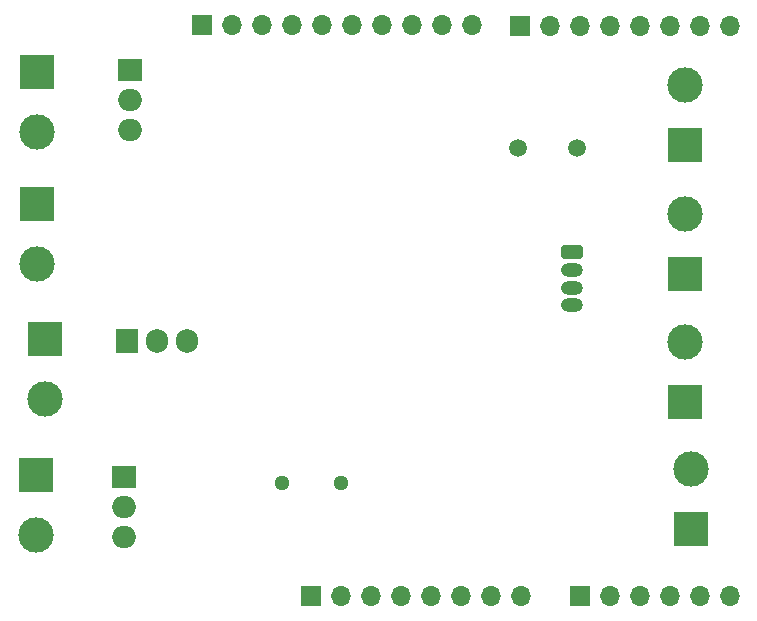
<source format=gbl>
%TF.GenerationSoftware,KiCad,Pcbnew,(6.0.2)*%
%TF.CreationDate,2024-03-28T15:54:17-05:00*%
%TF.ProjectId,Security_Mat,53656375-7269-4747-995f-4d61742e6b69,rev?*%
%TF.SameCoordinates,Original*%
%TF.FileFunction,Copper,L2,Bot*%
%TF.FilePolarity,Positive*%
%FSLAX46Y46*%
G04 Gerber Fmt 4.6, Leading zero omitted, Abs format (unit mm)*
G04 Created by KiCad (PCBNEW (6.0.2)) date 2024-03-28 15:54:17*
%MOMM*%
%LPD*%
G01*
G04 APERTURE LIST*
G04 Aperture macros list*
%AMRoundRect*
0 Rectangle with rounded corners*
0 $1 Rounding radius*
0 $2 $3 $4 $5 $6 $7 $8 $9 X,Y pos of 4 corners*
0 Add a 4 corners polygon primitive as box body*
4,1,4,$2,$3,$4,$5,$6,$7,$8,$9,$2,$3,0*
0 Add four circle primitives for the rounded corners*
1,1,$1+$1,$2,$3*
1,1,$1+$1,$4,$5*
1,1,$1+$1,$6,$7*
1,1,$1+$1,$8,$9*
0 Add four rect primitives between the rounded corners*
20,1,$1+$1,$2,$3,$4,$5,0*
20,1,$1+$1,$4,$5,$6,$7,0*
20,1,$1+$1,$6,$7,$8,$9,0*
20,1,$1+$1,$8,$9,$2,$3,0*%
G04 Aperture macros list end*
%TA.AperFunction,ComponentPad*%
%ADD10R,1.905000X2.000000*%
%TD*%
%TA.AperFunction,ComponentPad*%
%ADD11O,1.905000X2.000000*%
%TD*%
%TA.AperFunction,ComponentPad*%
%ADD12R,3.000000X3.000000*%
%TD*%
%TA.AperFunction,ComponentPad*%
%ADD13C,3.000000*%
%TD*%
%TA.AperFunction,ComponentPad*%
%ADD14R,1.700000X1.700000*%
%TD*%
%TA.AperFunction,ComponentPad*%
%ADD15O,1.700000X1.700000*%
%TD*%
%TA.AperFunction,ComponentPad*%
%ADD16R,2.000000X1.905000*%
%TD*%
%TA.AperFunction,ComponentPad*%
%ADD17O,2.000000X1.905000*%
%TD*%
%TA.AperFunction,ComponentPad*%
%ADD18C,1.508000*%
%TD*%
%TA.AperFunction,ComponentPad*%
%ADD19RoundRect,0.250000X-0.685000X0.335000X-0.685000X-0.335000X0.685000X-0.335000X0.685000X0.335000X0*%
%TD*%
%TA.AperFunction,ComponentPad*%
%ADD20O,1.870000X1.170000*%
%TD*%
%TA.AperFunction,ComponentPad*%
%ADD21C,1.280000*%
%TD*%
G04 APERTURE END LIST*
D10*
%TO.P,Q1,1,G*%
%TO.N,Net-(J12-Pad2)*%
X120777000Y-89083000D03*
D11*
%TO.P,Q1,2,D*%
%TO.N,Net-(J7-Pad5)*%
X123317000Y-89083000D03*
%TO.P,Q1,3,S*%
%TO.N,GND*%
X125857000Y-89083000D03*
%TD*%
D12*
%TO.P,J9,1,Pin_1*%
%TO.N,unconnected-(J9-Pad1)*%
X113030000Y-100457000D03*
D13*
%TO.P,J9,2,Pin_2*%
%TO.N,Net-(J5-Pad8)*%
X113030000Y-105537000D03*
%TD*%
D14*
%TO.P,J8,1,7*%
%TO.N,Net-(J8-Pad1)*%
X153990000Y-62390000D03*
D15*
%TO.P,J8,2,6*%
%TO.N,unconnected-(J8-Pad2)*%
X156530000Y-62390000D03*
%TO.P,J8,3,5*%
%TO.N,unconnected-(J8-Pad3)*%
X159070000Y-62390000D03*
%TO.P,J8,4,4*%
%TO.N,unconnected-(J8-Pad4)*%
X161610000Y-62390000D03*
%TO.P,J8,5,3*%
%TO.N,unconnected-(J8-Pad5)*%
X164150000Y-62390000D03*
%TO.P,J8,6,2*%
%TO.N,unconnected-(J8-Pad6)*%
X166690000Y-62390000D03*
%TO.P,J8,7,TX-1*%
%TO.N,unconnected-(J8-Pad7)*%
X169230000Y-62390000D03*
%TO.P,J8,8,RX-0*%
%TO.N,unconnected-(J8-Pad8)*%
X171770000Y-62390000D03*
%TD*%
D16*
%TO.P,Q2,1,G*%
%TO.N,Net-(J11-Pad2)*%
X120467000Y-100584000D03*
D17*
%TO.P,Q2,2,D*%
%TO.N,Net-(J7-Pad6)*%
X120467000Y-103124000D03*
%TO.P,Q2,3,S*%
%TO.N,GND*%
X120467000Y-105664000D03*
%TD*%
D12*
%TO.P,J2,1,Pin_1*%
%TO.N,/5V*%
X168021000Y-83439000D03*
D13*
%TO.P,J2,2,Pin_2*%
%TO.N,Net-(J2-Pad2)*%
X168021000Y-78359000D03*
%TD*%
D12*
%TO.P,J3,1,Pin_1*%
%TO.N,/5V*%
X168021000Y-94234000D03*
D13*
%TO.P,J3,2,Pin_2*%
%TO.N,Net-(J3-Pad2)*%
X168021000Y-89154000D03*
%TD*%
D14*
%TO.P,J7,1,SCL*%
%TO.N,unconnected-(J7-Pad1)*%
X127100000Y-62350000D03*
D15*
%TO.P,J7,2,SDA*%
%TO.N,unconnected-(J7-Pad2)*%
X129640000Y-62350000D03*
%TO.P,J7,3,AREF*%
%TO.N,unconnected-(J7-Pad3)*%
X132180000Y-62350000D03*
%TO.P,J7,4,GND*%
%TO.N,Net-(J7-Pad4)*%
X134720000Y-62350000D03*
%TO.P,J7,5,13*%
%TO.N,Net-(J7-Pad5)*%
X137260000Y-62350000D03*
%TO.P,J7,6,12*%
%TO.N,Net-(J7-Pad6)*%
X139800000Y-62350000D03*
%TO.P,J7,7,11*%
%TO.N,Net-(J7-Pad7)*%
X142340000Y-62350000D03*
%TO.P,J7,8,10*%
%TO.N,Net-(J7-Pad8)*%
X144880000Y-62350000D03*
%TO.P,J7,9,9*%
%TO.N,Net-(J7-Pad9)*%
X147420000Y-62350000D03*
%TO.P,J7,10,8*%
%TO.N,Net-(J7-Pad10)*%
X149960000Y-62350000D03*
%TD*%
D14*
%TO.P,J5,1*%
%TO.N,unconnected-(J5-Pad1)*%
X136300000Y-110700000D03*
D15*
%TO.P,J5,2,IOREF*%
%TO.N,unconnected-(J5-Pad2)*%
X138840000Y-110700000D03*
%TO.P,J5,3,RESET*%
%TO.N,unconnected-(J5-Pad3)*%
X141380000Y-110700000D03*
%TO.P,J5,4,3.3V*%
%TO.N,unconnected-(J5-Pad4)*%
X143920000Y-110700000D03*
%TO.P,J5,5,5V*%
%TO.N,/5V*%
X146460000Y-110700000D03*
%TO.P,J5,6,GND*%
%TO.N,unconnected-(J5-Pad6)*%
X149000000Y-110700000D03*
%TO.P,J5,7,GND*%
%TO.N,unconnected-(J5-Pad7)*%
X151540000Y-110700000D03*
%TO.P,J5,8,Vin*%
%TO.N,Net-(J5-Pad8)*%
X154080000Y-110700000D03*
%TD*%
D18*
%TO.P,SW1,1,A*%
%TO.N,/5V*%
X153837000Y-72771000D03*
%TO.P,SW1,2,B*%
%TO.N,Net-(J8-Pad1)*%
X158837000Y-72771000D03*
%TD*%
D16*
%TO.P,Q3,1,G*%
%TO.N,Net-(J10-Pad2)*%
X120975000Y-66167000D03*
D17*
%TO.P,Q3,2,D*%
%TO.N,Net-(J7-Pad7)*%
X120975000Y-68707000D03*
%TO.P,Q3,3,S*%
%TO.N,GND*%
X120975000Y-71247000D03*
%TD*%
D14*
%TO.P,J6,1,A0*%
%TO.N,Net-(J1-Pad2)*%
X159070000Y-110650000D03*
D15*
%TO.P,J6,2,A1*%
%TO.N,Net-(J2-Pad2)*%
X161610000Y-110650000D03*
%TO.P,J6,3,A2*%
%TO.N,Net-(J3-Pad2)*%
X164150000Y-110650000D03*
%TO.P,J6,4,A3*%
%TO.N,Net-(J4-Pad2)*%
X166690000Y-110650000D03*
%TO.P,J6,5,A4*%
%TO.N,unconnected-(J6-Pad5)*%
X169230000Y-110650000D03*
%TO.P,J6,6,A5*%
%TO.N,unconnected-(J6-Pad6)*%
X171770000Y-110650000D03*
%TD*%
D12*
%TO.P,J1,1,Pin_1*%
%TO.N,/5V*%
X168021000Y-72517000D03*
D13*
%TO.P,J1,2,Pin_2*%
%TO.N,Net-(J1-Pad2)*%
X168021000Y-67437000D03*
%TD*%
D19*
%TO.P,U1,1,RXD*%
%TO.N,Net-(R6-Pad1)*%
X158438000Y-81570000D03*
D20*
%TO.P,U1,2,TX*%
%TO.N,Net-(J7-Pad9)*%
X158438000Y-83070000D03*
%TO.P,U1,3,GND*%
%TO.N,Net-(R7-Pad1)*%
X158438000Y-84570000D03*
%TO.P,U1,4,Vcc*%
%TO.N,/5V*%
X158438000Y-86070000D03*
%TD*%
D12*
%TO.P,J10,1,Pin_1*%
%TO.N,unconnected-(J10-Pad1)*%
X113157000Y-66294000D03*
D13*
%TO.P,J10,2,Pin_2*%
%TO.N,Net-(J10-Pad2)*%
X113157000Y-71374000D03*
%TD*%
D21*
%TO.P,LS1,1*%
%TO.N,Net-(J7-Pad8)*%
X138898000Y-101092000D03*
%TO.P,LS1,2*%
%TO.N,GND*%
X133898000Y-101092000D03*
%TD*%
D12*
%TO.P,J11,1,Pin_1*%
%TO.N,unconnected-(J11-Pad1)*%
X113157000Y-77470000D03*
D13*
%TO.P,J11,2,Pin_2*%
%TO.N,Net-(J11-Pad2)*%
X113157000Y-82550000D03*
%TD*%
D12*
%TO.P,J4,1,Pin_1*%
%TO.N,/5V*%
X168529000Y-105029000D03*
D13*
%TO.P,J4,2,Pin_2*%
%TO.N,Net-(J4-Pad2)*%
X168529000Y-99949000D03*
%TD*%
D12*
%TO.P,J12,1,Pin_1*%
%TO.N,unconnected-(J12-Pad1)*%
X113792000Y-88900000D03*
D13*
%TO.P,J12,2,Pin_2*%
%TO.N,Net-(J12-Pad2)*%
X113792000Y-93980000D03*
%TD*%
M02*

</source>
